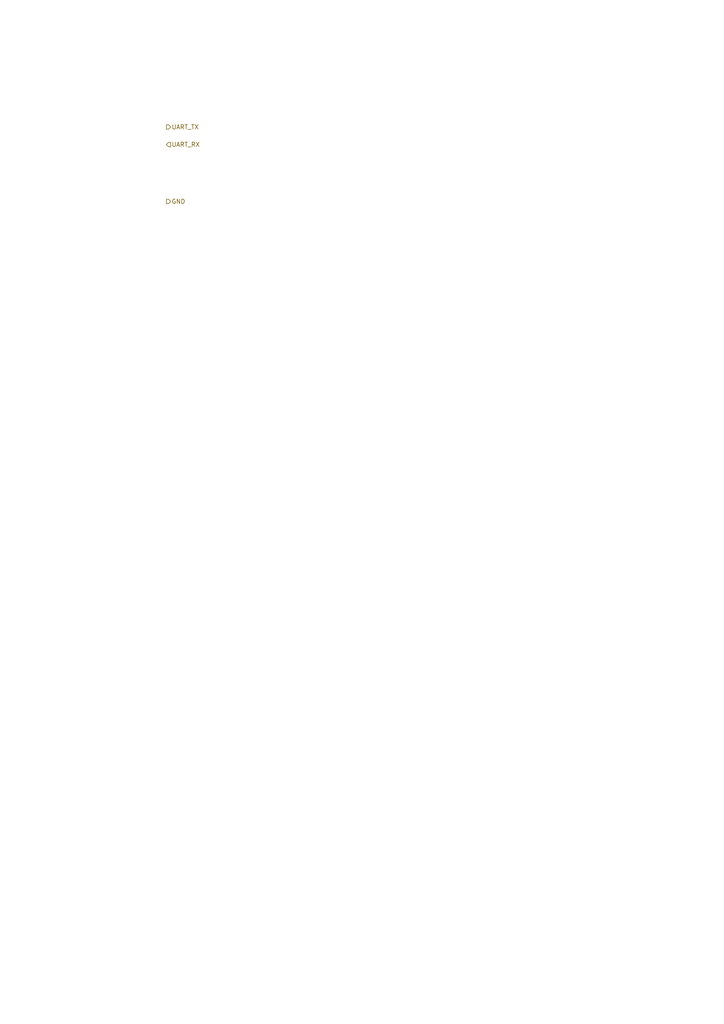
<source format=kicad_sch>
(kicad_sch (version 20210621) (generator eeschema)
  (paper "A4" portrait)
  (lib_symbols)
  (hierarchical_label "UART_TX" (shape output) (at 48.26 36.83 0))
  (hierarchical_label "UART_RX" (shape input) (at 48.26 41.91 0))
  (hierarchical_label "GND" (shape output) (at 48.26 58.42 0))
)
</source>
